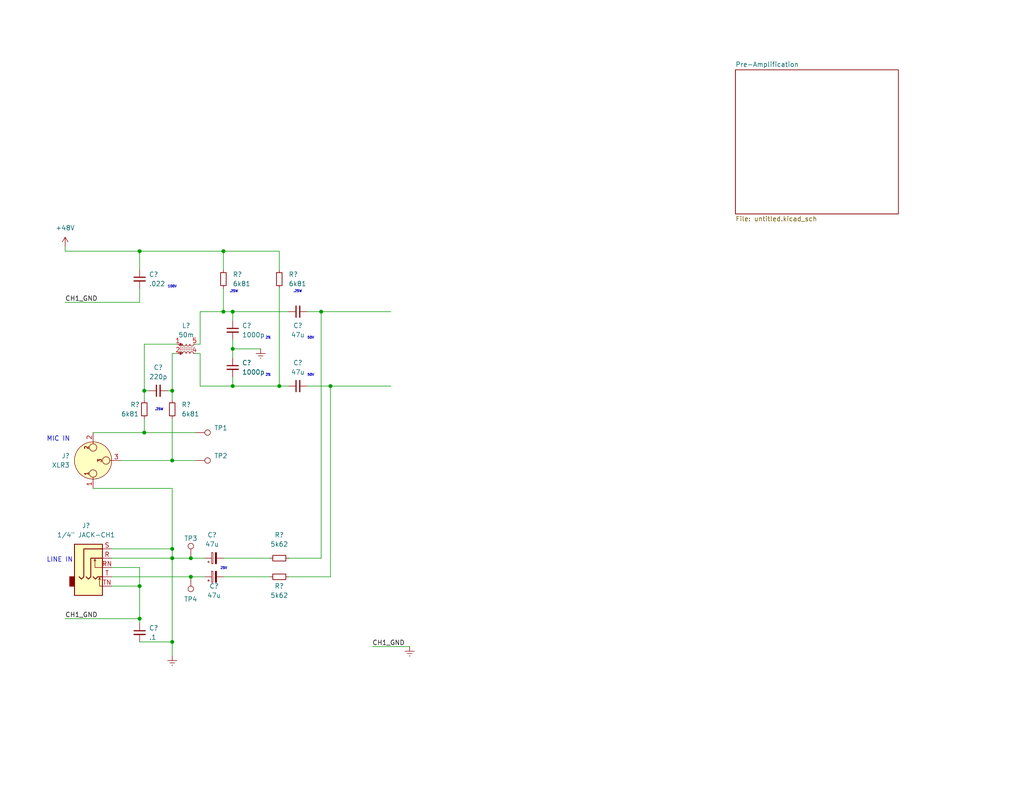
<source format=kicad_sch>
(kicad_sch (version 20211123) (generator eeschema)
  (paper "USLetter")
  (title_block (title "Mackie 1604 VLZ Input Section") (date "2022-11-14") (rev "0"))
  (lib_symbols
    (symbol "Connector:AudioJack3_SwitchTR"
      (property "Reference" "J" (at 0 8.89 0))
      (property "Value" "AudioJack3_SwitchTR" (at 0 6.35 0))
      (symbol "AudioJack3_SwitchTR_0_1"
        (rectangle (start -5.08 -5.08) (end -6.35 -7.62) (stroke (width 0.254)) (fill (type outline)))
        (polyline (pts (xy 0.508 -0.254) (xy 0.762 -0.762)))
        (polyline (pts (xy 1.778 -5.334) (xy 2.032 -5.842)))
        (polyline (pts (xy 0 -5.08) (xy 0.635 -5.715) (xy 1.27 -5.08) (xy 2.54 -5.08)) (stroke (width 0.254)))
        (polyline (pts (xy 2.54 -7.62) (xy 1.778 -7.62) (xy 1.778 -5.334) (xy 1.524 -5.842)))
        (polyline (pts (xy 2.54 -2.54) (xy 0.508 -2.54) (xy 0.508 -0.254) (xy 0.254 -0.762)))
        (polyline (pts (xy -1.905 -5.08) (xy -1.27 -5.715) (xy -0.635 -5.08) (xy -0.635 0) (xy 2.54 0)) (stroke (width 0.254)))
        (polyline (pts (xy 2.54 2.54) (xy -2.54 2.54) (xy -2.54 -5.08) (xy -3.175 -5.715) (xy -3.81 -5.08)) (stroke (width 0.254)))
        (rectangle (start 2.54 3.81) (end -5.08 -10.16) (stroke (width 0.254)) (fill (type background)))
      )
      (symbol "AudioJack3_SwitchTR_1_1"
        (pin passive line (at 5.08 0 180) (length 2.54) (name "~") (number "R"))
        (pin passive line (at 5.08 -2.54 180) (length 2.54) (name "~") (number "RN"))
        (pin passive line (at 5.08 2.54 180) (length 2.54) (name "~") (number "S"))
        (pin passive line (at 5.08 -5.08 180) (length 2.54) (name "~") (number "T"))
        (pin passive line (at 5.08 -7.62 180) (length 2.54) (name "~") (number "TN"))
      )
    )
    (symbol "Connector:TestPoint" (pin_numbers hide) (pin_names (offset 0.762) hide)
      (property "Reference" "TP" (at 0 6.858 0))
      (property "Value" "TestPoint" (at 0 5.08 0))
      (symbol "TestPoint_0_1"
        (circle (center 0 3.302) (radius 0.762))
      )
      (symbol "TestPoint_1_1"
        (pin passive line (at 0 0 90) (length 2.54) (name "1") (number "1"))
      )
    )
    (symbol "Connector:XLR3" (pin_names hide)
      (property "Reference" "J" (at 0 8.89 0))
      (property "Value" "XLR3" (at 0 6.35 0))
      (symbol "XLR3_0_1"
        (circle (center -3.556 0) (radius 1.016))
        (circle (center 0 -3.556) (radius 1.016))
        (polyline (pts (xy -5.08 0) (xy -4.572 0)))
        (polyline (pts (xy 0 -5.08) (xy 0 -4.572)))
        (polyline (pts (xy 5.08 0) (xy 4.572 0)))
        (circle (center 0 0) (radius 5.08) (fill (type background)))
        (circle (center 3.556 0) (radius 1.016))
        (text "1" (at -3.556 1.778 0) (effects (font (size 1.016 1.016) bold)))
        (text "2" (at 3.556 1.778 0) (effects (font (size 1.016 1.016) bold)))
        (text "3" (at 0 -1.778 0) (effects (font (size 1.016 1.016) bold)))
        (pin passive line (at -7.62 0 0) (length 2.54) (name "~") (number "1"))
        (pin passive line (at 7.62 0 180) (length 2.54) (name "~") (number "2"))
        (pin passive line (at 0 -7.62 90) (length 2.54) (name "~") (number "3"))
      )
    )
    (symbol "Device:C_Polarized_Small" (pin_numbers hide) (pin_names (offset 0.254) hide)
      (property "Reference" "C" (at 0.254 1.778 0))
      (property "Value" "C_Polarized_Small" (at 0.254 -2.032 0))
      (symbol "C_Polarized_Small_0_1"
        (rectangle (start -1.524 -0.3048) (end 1.524 -0.6858) (fill (type outline)))
        (rectangle (start -1.524 0.6858) (end 1.524 0.3048))
        (polyline (pts (xy -1.27 1.524) (xy -0.762 1.524)))
        (polyline (pts (xy -1.016 1.27) (xy -1.016 1.778)))
      )
      (symbol "C_Polarized_Small_1_1"
        (pin passive line (at 0 2.54 270) (length 1.8542) (name "~") (number "1"))
        (pin passive line (at 0 -2.54 90) (length 1.8542) (name "~") (number "2"))
      )
    )
    (symbol "Device:C_Small" (pin_numbers hide) (pin_names (offset 0.254) hide)
      (property "Reference" "C" (at 0.254 1.778 0))
      (property "Value" "C_Small" (at 0.254 -2.032 0))
      (symbol "C_Small_0_1"
        (polyline (pts (xy -1.524 -0.508) (xy 1.524 -0.508)) (stroke (width 0.3302)))
        (polyline (pts (xy -1.524 0.508) (xy 1.524 0.508)) (stroke (width 0.3048)))
      )
      (symbol "C_Small_1_1"
        (pin passive line (at 0 2.54 270) (length 2.032) (name "~") (number "1"))
        (pin passive line (at 0 -2.54 90) (length 2.032) (name "~") (number "2"))
      )
    )
    (symbol "Device:L_Ferrite_Coupled_Small" (pin_names (offset 0.254) hide)
      (property "Reference" "L?" (at 0 6.35 0))
      (property "Value" "50m" (at 0 3.81 0))
      (symbol "L_Ferrite_Coupled_Small_0_1"
        (arc (start -2.032 1.27) (mid -1.524 0.762) (end -1.016 1.27))
        (circle (center -1.524 -1.27) (radius 0.254) (fill (type outline)))
        (circle (center -1.524 1.27) (radius 0.254) (fill (type outline)))
        (arc (start -1.016 -1.27) (mid -1.524 -0.762) (end -2.032 -1.27))
        (arc (start -1.016 1.27) (mid -0.508 0.762) (end 0 1.27))
        (arc (start 0 -1.27) (mid -0.508 -0.762) (end -1.016 -1.27))
        (polyline (pts (xy -1.651 0.254) (xy -1.397 0.254)))
        (polyline (pts (xy -1.397 -0.254) (xy -1.651 -0.254)))
        (polyline (pts (xy -1.143 0.254) (xy -0.889 0.254)))
        (polyline (pts (xy -0.889 -0.254) (xy -1.143 -0.254)))
        (polyline (pts (xy -0.635 0.254) (xy -0.381 0.254)))
        (polyline (pts (xy -0.381 -0.254) (xy -0.635 -0.254)))
        (polyline (pts (xy -0.127 0.254) (xy 0.127 0.254)))
        (polyline (pts (xy 0.127 -0.254) (xy -0.127 -0.254)))
        (polyline (pts (xy 0.381 0.254) (xy 0.635 0.254)))
        (polyline (pts (xy 0.635 -0.254) (xy 0.381 -0.254)))
        (polyline (pts (xy 0.889 0.254) (xy 1.143 0.254)))
        (polyline (pts (xy 1.143 -0.254) (xy 0.889 -0.254)))
        (polyline (pts (xy 1.397 0.254) (xy 1.651 0.254)))
        (polyline (pts (xy 1.651 -0.254) (xy 1.397 -0.254)))
        (arc (start 0 1.27) (mid 0.508 0.762) (end 1.016 1.27))
        (arc (start 1.016 -1.27) (mid 0.508 -0.762) (end 0 -1.27))
        (arc (start 1.016 1.27) (mid 1.524 0.762) (end 2.032 1.27))
        (arc (start 2.032 -1.27) (mid 1.524 -0.762) (end 1.016 -1.27))
      )
      (symbol "L_Ferrite_Coupled_Small_1_1"
        (pin passive line (at -2.54 1.27 0) (length 0.508) (name "1") (number "1"))
        (pin passive line (at -2.54 -1.27 0) (length 0.508) (name "2") (number "2"))
        (pin passive line (at 2.54 -1.27 180) (length 0.508) (name "4") (number "4"))
        (pin passive line (at 2.54 1.27 180) (length 0.508) (name "5") (number "5"))
      )
    )
    (symbol "Device:R_Small" (pin_numbers hide) (pin_names (offset 0.254) hide)
      (property "Reference" "R" (at 0.762 0.508 0))
      (property "Value" "R_Small" (at 0.762 -1.016 0))
      (symbol "R_Small_0_1"
        (rectangle (start -0.762 1.778) (end 0.762 -1.778) (stroke (width 0.2032)))
      )
      (symbol "R_Small_1_1"
        (pin passive line (at 0 2.54 270) (length 0.762) (name "~") (number "1"))
        (pin passive line (at 0 -2.54 90) (length 0.762) (name "~") (number "2"))
      )
    )
    (symbol "power:+48V" (power) (pin_names (offset 0))
      (property "Value" "+48V" (at 0 3.556 0))
      (symbol "+48V_0_1"
        (polyline (pts (xy -0.762 1.27) (xy 0 2.54)))
        (polyline (pts (xy 0 0) (xy 0 2.54)))
        (polyline (pts (xy 0 2.54) (xy 0.762 1.27)))
      )
      (symbol "+48V_1_1"
        (pin power_in line (at 0 0 90) (length 0) hide (name "+48V") (number "1"))
      )
    )
    (symbol "power:Earth" (power) (pin_names (offset 0))
      (symbol "Earth_0_1"
        (polyline (pts (xy -0.635 -1.905) (xy 0.635 -1.905)))
        (polyline (pts (xy -0.127 -2.54) (xy 0.127 -2.54)))
        (polyline (pts (xy 0 -1.27) (xy 0 0)))
        (polyline (pts (xy 1.27 -1.27) (xy -1.27 -1.27)))
      )
      (symbol "Earth_1_1"
        (pin power_in line (at 0 0 270) (length 0) hide (name "Earth") (number "1"))
      )
    )
  )
  (junction (at 90.17 105.41))
  (junction (at 60.96 85.09))
  (junction (at 60.96 68.58))
  (junction (at 52.07 152.4))
  (junction (at 52.07 157.48))
  (junction (at 87.63 85.09))
  (junction (at 38.1 160.02))
  (junction (at 76.2 105.41))
  (junction (at 63.5 95.25))
  (junction (at 46.99 125.73))
  (junction (at 46.99 175.26))
  (junction (at 38.1 168.91))
  (junction (at 46.99 152.4))
  (junction (at 63.5 105.41))
  (junction (at 38.1 68.58))
  (junction (at 39.37 118.11))
  (junction (at 39.37 106.68))
  (junction (at 46.99 149.86))
  (junction (at 46.99 106.68))
  (junction (at 63.5 85.09))
  (wire (pts (xy 90.17 157.48) (xy 90.17 105.41)))
  (wire (pts (xy 25.4 118.11) (xy 39.37 118.11)))
  (wire (pts (xy 17.78 168.91) (xy 38.1 168.91)))
  (wire (pts (xy 17.78 68.58) (xy 17.78 67.31)))
  (wire (pts (xy 33.02 125.73) (xy 46.99 125.73)))
  (wire (pts (xy 87.63 85.09) (xy 106.68 85.09)))
  (wire (pts (xy 60.96 157.48) (xy 73.66 157.48)))
  (wire (pts (xy 38.1 160.02) (xy 38.1 168.91)))
  (wire (pts (xy 63.5 97.79) (xy 63.5 95.25)))
  (wire (pts (xy 38.1 175.26) (xy 46.99 175.26)))
  (wire (pts (xy 30.48 152.4) (xy 46.99 152.4)))
  (wire (pts (xy 54.61 96.52) (xy 54.61 105.41)))
  (wire (pts (xy 87.63 152.4) (xy 87.63 85.09)))
  (wire (pts (xy 38.1 160.02) (xy 38.1 154.94)))
  (wire (pts (xy 52.07 152.4) (xy 55.88 152.4)))
  (wire (pts (xy 52.07 157.48) (xy 55.88 157.48)))
  (wire (pts (xy 60.96 73.66) (xy 60.96 68.58)))
  (wire (pts (xy 46.99 133.35) (xy 46.99 149.86)))
  (wire (pts (xy 83.82 105.41) (xy 90.17 105.41)))
  (wire (pts (xy 54.61 85.09) (xy 60.96 85.09)))
  (wire (pts (xy 39.37 118.11) (xy 53.34 118.11)))
  (wire (pts (xy 90.17 105.41) (xy 106.68 105.41)))
  (wire (pts (xy 63.5 85.09) (xy 78.74 85.09)))
  (wire (pts (xy 83.82 85.09) (xy 87.63 85.09)))
  (wire (pts (xy 60.96 68.58) (xy 76.2 68.58)))
  (wire (pts (xy 39.37 114.3) (xy 39.37 118.11)))
  (wire (pts (xy 60.96 85.09) (xy 63.5 85.09)))
  (wire (pts (xy 76.2 78.74) (xy 76.2 105.41)))
  (wire (pts (xy 76.2 105.41) (xy 78.74 105.41)))
  (wire (pts (xy 38.1 68.58) (xy 60.96 68.58)))
  (wire (pts (xy 39.37 106.68) (xy 40.64 106.68)))
  (wire (pts (xy 46.99 125.73) (xy 46.99 114.3)))
  (wire (pts (xy 25.4 133.35) (xy 46.99 133.35)))
  (wire (pts (xy 46.99 152.4) (xy 46.99 149.86)))
  (wire (pts (xy 54.61 105.41) (xy 63.5 105.41)))
  (wire (pts (xy 38.1 154.94) (xy 30.48 154.94)))
  (wire (pts (xy 78.74 152.4) (xy 87.63 152.4)))
  (wire (pts (xy 38.1 168.91) (xy 38.1 170.18)))
  (wire (pts (xy 60.96 78.74) (xy 60.96 85.09)))
  (wire (pts (xy 78.74 157.48) (xy 90.17 157.48)))
  (wire (pts (xy 30.48 149.86) (xy 46.99 149.86)))
  (wire (pts (xy 71.12 95.25) (xy 63.5 95.25)))
  (wire (pts (xy 53.34 96.52) (xy 54.61 96.52)))
  (wire (pts (xy 30.48 157.48) (xy 52.07 157.48)))
  (wire (pts (xy 101.6 176.53) (xy 111.76 176.53)))
  (wire (pts (xy 76.2 68.58) (xy 76.2 73.66)))
  (wire (pts (xy 45.72 106.68) (xy 46.99 106.68)))
  (wire (pts (xy 30.48 160.02) (xy 38.1 160.02)))
  (wire (pts (xy 38.1 82.55) (xy 38.1 78.74)))
  (wire (pts (xy 39.37 106.68) (xy 39.37 93.98)))
  (wire (pts (xy 39.37 109.22) (xy 39.37 106.68)))
  (wire (pts (xy 46.99 152.4) (xy 46.99 175.26)))
  (wire (pts (xy 17.78 82.55) (xy 38.1 82.55)))
  (wire (pts (xy 46.99 106.68) (xy 46.99 109.22)))
  (wire (pts (xy 46.99 106.68) (xy 46.99 96.52)))
  (wire (pts (xy 60.96 152.4) (xy 73.66 152.4)))
  (wire (pts (xy 63.5 105.41) (xy 63.5 102.87)))
  (wire (pts (xy 17.78 68.58) (xy 38.1 68.58)))
  (wire (pts (xy 63.5 95.25) (xy 63.5 92.71)))
  (wire (pts (xy 46.99 125.73) (xy 53.34 125.73)))
  (wire (pts (xy 54.61 93.98) (xy 54.61 85.09)))
  (wire (pts (xy 38.1 73.66) (xy 38.1 68.58)))
  (wire (pts (xy 46.99 152.4) (xy 52.07 152.4)))
  (wire (pts (xy 46.99 96.52) (xy 48.26 96.52)))
  (wire (pts (xy 46.99 175.26) (xy 46.99 179.07)))
  (wire (pts (xy 39.37 93.98) (xy 48.26 93.98)))
  (wire (pts (xy 63.5 105.41) (xy 76.2 105.41)))
  (wire (pts (xy 53.34 93.98) (xy 54.61 93.98)))
  (wire (pts (xy 63.5 85.09) (xy 63.5 87.63)))
  (text "50V" (at 83.8137 92.71 0) (effects (font (size 0.64 0.64)) (justify left bottom)))
  (text "LINE IN" (at 12.7 153.67 0) (effects (font (size 1.27 1.27)) (justify left bottom)))
  (text "2%" (at 72.39 92.71 0) (effects (font (size 0.64 0.64)) (justify left bottom)))
  (text "2%" (at 72.39 102.87 0) (effects (font (size 0.64 0.64)) (justify left bottom)))
  (text ".25W" (at 80.01 80.01 0) (effects (font (size 0.64 0.64)) (justify left bottom)))
  (text ".25W" (at 42.1878 112.2676 0) (effects (font (size 0.64 0.64)) (justify left bottom)))
  (text "50V" (at 83.82 102.87 0) (effects (font (size 0.64 0.64)) (justify left bottom)))
  (text ".25W" (at 62.5819 80.0233 0) (effects (font (size 0.64 0.64)) (justify left bottom)))
  (text "25V" (at 60.0871 155.6189 0) (effects (font (size 0.64 0.64)) (justify left bottom)))
  (text "100V" (at 45.72 78.74 0) (effects (font (size 0.64 0.64)) (justify left bottom)))
  (text "MIC IN" (at 12.7 120.65 0) (effects (font (size 1.27 1.27)) (justify left bottom)))
  (label "CH1_GND" (at 17.78 82.55 0))
  (label "CH1_GND" (at 101.6 176.53 0))
  (label "CH1_GND" (at 17.78 168.91 0))
  (symbol (lib_id "Device:C_Small") (at 63.5 90.17 0) (unit 1)
    (property "Reference" "C?" (at 66.04 88.9062 0) (effects (justify left)))
    (property "Value" "1000p" (at 66.04 91.4462 0) (effects (justify left)))
  )
  (symbol (lib_id "Device:R_Small") (at 46.99 111.76 0) (unit 1)
    (property "Reference" "R?" (at 49.53 110.49 0) (effects (justify left)))
    (property "Value" "6k81" (at 49.53 113.03 0) (effects (justify left)))
  )
  (symbol (lib_id "power:Earth") (at 111.76 176.53 0) (unit 1)
    (property "Reference" "#PWR0104" (effects hide))
    (property "Value" "Earth" (effects hide))
  )
  (symbol (lib_id "Device:C_Small") (at 38.1 76.2 0) (unit 1)
    (property "Reference" "C?" (at 40.64 74.9362 0) (effects (justify left)))
    (property "Value" ".022" (at 40.64 77.4762 0) (effects (justify left)))
  )
  (symbol (lib_id "Device:R_Small") (at 76.2 157.48 90) (unit 1)
    (property "Reference" "R?" (at 76.2 160.02 90))
    (property "Value" "5k62" (at 76.2 162.56 90))
  )
  (symbol (lib_id "power:Earth") (at 46.99 179.07 0) (unit 1)
    (property "Reference" "#PWR0102" (effects hide))
    (property "Value" "Earth" (effects hide))
  )
  (symbol (lib_id "Device:R_Small") (at 76.2 152.4 90) (unit 1)
    (property "Reference" "R?" (at 76.2 146.05 90))
    (property "Value" "5k62" (at 76.2 148.59 90))
  )
  (symbol (lib_id "power:+48V") (at 17.78 67.31 0) (unit 1)
    (property "Reference" "#PWR0101" (effects hide))
    (property "Value" "+48V" (at 17.78 62.23 0))
  )
  (symbol (lib_id "Connector:AudioJack3_SwitchTR") (at 25.4 152.4 0) (unit 1)
    (property "Reference" "J?" (at 23.495 143.51 0))
    (property "Value" "1/4\" JACK-CH1" (at 23.495 146.05 0))
  )
  (symbol (lib_id "Device:C_Small") (at 81.28 85.09 90) (unit 1)
    (property "Reference" "C?" (at 81.28 88.9 90))
    (property "Value" "47u" (at 81.28 91.44 90))
  )
  (symbol (lib_id "Device:R_Small") (at 76.2 76.2 0) (unit 1)
    (property "Reference" "R?" (at 78.74 74.9299 0) (effects (justify left)))
    (property "Value" "6k81" (at 78.74 77.4699 0) (effects (justify left)))
  )
  (symbol (lib_id "Connector:TestPoint") (at 52.07 157.48 180) (unit 1)
    (property "Reference" "TP4" (at 50.1939 163.599 0) (effects (justify right)))
    (property "Value" "TestPoint" (effects hide))
  )
  (symbol (lib_id "Device:C_Polarized_Small") (at 58.42 152.4 90) (unit 1)
    (property "Reference" "C?" (at 57.8739 146.05 90))
    (property "Value" "47u" (at 57.8739 148.59 90))
  )
  (symbol (lib_id "Device:R_Small") (at 60.96 76.2 0) (unit 1)
    (property "Reference" "R?" (at 63.5 74.9299 0) (effects (justify left)))
    (property "Value" "6k81" (at 63.5 77.4699 0) (effects (justify left)))
  )
  (symbol (lib_id "power:Earth") (at 71.12 95.25 0) (unit 1)
    (property "Reference" "#PWR0103" (effects hide))
    (property "Value" "Earth" (effects hide))
  )
  (symbol (lib_id "Device:C_Small") (at 38.1 172.72 0) (unit 1)
    (property "Reference" "C?" (at 40.64 171.4562 0) (effects (justify left)))
    (property "Value" ".1" (at 40.64 173.9962 0) (effects (justify left)))
  )
  (symbol (lib_id "Connector:TestPoint") (at 53.34 125.73 270) (unit 1)
    (property "Reference" "TP2" (at 58.42 124.4599 90) (effects (justify left)))
    (property "Value" "TestPoint" (effects hide))
  )
  (symbol (lib_id "Connector:TestPoint") (at 52.07 152.4 0) (unit 1)
    (property "Reference" "TP3" (at 50.2293 146.9933 0) (effects (justify left)))
    (property "Value" "TP3" (effects hide))
  )
  (symbol (lib_id "Device:C_Small") (at 63.5 100.33 0) (unit 1)
    (property "Reference" "C?" (at 66.04 99.0662 0) (effects (justify left)))
    (property "Value" "1000p" (at 66.04 101.6062 0) (effects (justify left)))
  )
  (symbol (lib_id "Device:L_Ferrite_Coupled_Small") (at 50.8 95.25 0) (unit 1)
    (property "Reference" "L?" (at 50.8 88.9 0))
    (property "Value" "50m" (at 50.8 91.44 0))
  )
  (symbol (lib_id "Connector:TestPoint") (at 53.34 118.11 270) (unit 1)
    (property "Reference" "TP1" (at 58.42 116.8399 90) (effects (justify left)))
    (property "Value" "1" (effects hide))
  )
  (symbol (lib_id "Device:R_Small") (at 39.37 111.76 0) (unit 1)
    (property "Reference" "R?" (at 35.56 110.49 0) (effects (justify left)))
    (property "Value" "6k81" (at 33.02 113.03 0) (effects (justify left)))
  )
  (symbol (lib_id "Connector:XLR3") (at 25.4 125.73 90) (unit 1)
    (property "Reference" "J?" (at 19.05 124.4599 90) (effects (justify left)))
    (property "Value" "XLR3" (at 19.05 126.9999 90) (effects (justify left)))
    (property "Datasheet" " ~" (effects hide))
  )
  (symbol (lib_id "Device:C_Small") (at 81.28 105.41 90) (unit 1)
    (property "Reference" "C?" (at 81.2863 99.06 90))
    (property "Value" "47u" (at 81.2863 101.6 90))
  )
  (symbol (lib_id "Device:C_Polarized_Small") (at 58.42 157.48 90) (unit 1)
    (property "Reference" "C?" (at 58.42 160.02 90))
    (property "Value" "47u" (at 58.42 162.56 90))
  )
  (symbol (lib_id "Device:C_Small") (at 43.18 106.68 90) (unit 1)
    (property "Reference" "C?" (at 43.1863 100.33 90))
    (property "Value" "220p" (at 43.1863 102.87 90))
  )
  (sheet (at 200.66 19.05) (size 44.45 39.37) (stroke (width 0.1524))
    (property "Sheet name" "Pre-Amplification" (at 200.66 18.3384 0) (effects (justify left bottom)))
    (property "Sheet file" "untitled.kicad_sch" (at 200.66 59.0046 0) (effects (justify left top)))
  )
)
</source>
